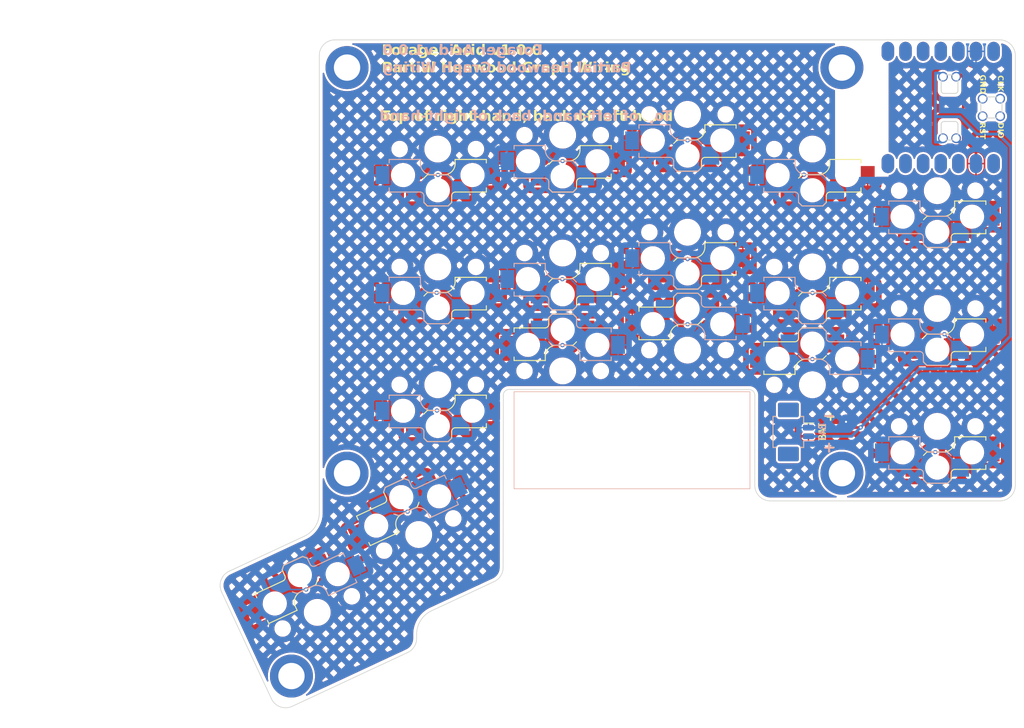
<source format=kicad_pcb>
(kicad_pcb (version 20241229) (generator "pcbnew") (generator_version "9.0")
  (layers (0 "F.Cu" signal) (2 "B.Cu" signal) (13 "F.Paste" user) (15 "B.Paste" user) (5 "F.SilkS" user "F.Silkscreen") (7 "B.SilkS" user "B.Silkscreen") (1 "F.Mask" user) (3 "B.Mask" user) (25 "Edge.Cuts" user))
  (net 0 "")
  (net 1 "RM0")
  (net 2 "RM1")
  (net 3 "RM2")
  (net 4 "RM3")
  (net 5 "RM4")
  (net 6 "RH0")
  (net 7 "RH1")
  (net 8 "RT4")
  (net 9 "RT3")
  (net 10 "RT2")
  (net 11 "RT1")
  (net 12 "RT0")
  (net 13 "RB4")
  (net 14 "RB3")
  (net 15 "RB2")
  (net 16 "RB1")
  (net 17 "RB0")
  (net 18 "GND")
  (net 19 "BAT")
  (footprint "Connector_Molex:Molex_PicoBlade_53261-0271_1x02-1MP_P1.25mm_Horizontal" (layer "F.Cu") (at 86.03 6.8 -90)
    (property "Reference" "BAT" (at 0 -4.4 90) (layer "F.SilkS"))
    (property "Value" "Molex_PicoBlade_53261-0271_1x02-1MP_P1.25mm_Horizontal")
    (pad "1" smd roundrect (at -0.625 -2.4 270) (size 0.8 1.6) (layers "F.Cu" "F.Mask" "F.Paste") (net 19 "BAT"))
    (pad "2" smd roundrect (at 0.625 -2.4 270) (size 0.8 1.6) (layers "F.Cu" "F.Mask" "F.Paste") (net 18 "GND"))
    (pad "MP" smd roundrect (at -3.175 0.5 270) (size 2.1 3) (layers "F.Cu" "F.Mask" "F.Paste") (roundrect_rratio 0.119048))
    (pad "MP" smd roundrect (at 3.175 0.5 270) (size 2.1 3) (layers "F.Cu" "F.Mask" "F.Paste") (roundrect_rratio 0.119048))
  )
  (footprint "Custom:xiao-ble-smd-cutout" (layer "F.Cu") (at 107.5 -40 -90)
    (property "Reference" "RU1" (hide yes))
    (property "Value" "Xiao nRF52840" (hide yes))
    (fp_line (start -4.0132 -0.063) (end -2.413 -0.063) (stroke (width 0.12)) (layer "Edge.Cuts"))
    (fp_line (start -2.032 -0.444) (end -2.032 -2.095) (stroke (width 0.12)) (layer "Edge.Cuts"))
    (fp_line (start -4.699 -1.7902) (end -4.699 -0.7488) (stroke (width 0.12)) (layer "Edge.Cuts"))
    (fp_line (start -2.413 -2.476) (end -4.0132 -2.476) (stroke (width 0.12)) (layer "Edge.Cuts"))
    (fp_line (start 0.8382 -5.778) (end -0.8382 -5.778) (stroke (width 0.12)) (layer "Edge.Cuts"))
    (fp_line (start -1.524 -8.1402) (end -1.524 -6.4638) (stroke (width 0.12)) (layer "Edge.Cuts"))
    (fp_line (start 1.524 -8.1402) (end 1.524 -6.4638) (stroke (width 0.12)) (layer "Edge.Cuts"))
    (fp_line (start 0.8382 -8.826) (end -0.8382 -8.826) (stroke (width 0.12)) (layer "Edge.Cuts"))
    (fp_arc (start -2.032 -0.444) (mid -2.143592 -0.174592) (end -2.413 -0.063) (stroke (width 0.12)) (layer "Edge.Cuts"))
    (fp_arc (start -4.699 -0.7488) (mid -4.095391 -0.666609) (end -4.0132 -0.063) (stroke (width 0.12)) (layer "Edge.Cuts"))
    (fp_arc (start -4.0132 -2.476) (mid -4.095391 -1.872391) (end -4.699 -1.7902) (stroke (width 0.12)) (layer "Edge.Cuts"))
    (fp_arc (start -2.413 -2.476) (mid -2.143592 -2.364408) (end -2.032 -2.095) (stroke (width 0.12)) (layer "Edge.Cuts"))
    (fp_arc (start 0.8382 -5.778) (mid 0.920393 -6.381607) (end 1.524 -6.4638) (stroke (width 0.12)) (layer "Edge.Cuts"))
    (fp_arc (start -1.524 -6.4638) (mid -0.920391 -6.381609) (end -0.8382 -5.778) (stroke (width 0.12)) (layer "Edge.Cuts"))
    (fp_arc (start 1.524 -8.1402) (mid 0.920393 -8.222393) (end 0.8382 -8.826) (stroke (width 0.12)) (layer "Edge.Cuts"))
    (fp_arc (start -0.8382 -8.826) (mid -0.920391 -8.222391) (end -1.524 -8.1402) (stroke (width 0.12)) (layer "Edge.Cuts"))
    (pad "1" smd oval (at -7.62 -7.62 270) (size 2.75 1.8) (drill (offset -0.475 0)) (layers "F.Cu" "F.Mask" "F.Paste"))
    (pad "2" smd oval (at -7.62 -5.08 270) (size 2.75 1.8) (drill (offset -0.475 0)) (layers "F.Cu" "F.Mask" "F.Paste"))
    (pad "3" smd oval (at -7.62 -2.54 270) (size 2.75 1.8) (drill (offset -0.475 0)) (layers "F.Cu" "F.Mask" "F.Paste"))
    (pad "4" smd oval (at -7.62 0 270) (size 2.75 1.8) (drill (offset -0.475 0)) (layers "F.Cu" "F.Mask" "F.Paste"))
    (pad "5" smd oval (at -7.62 2.54 270) (size 2.75 1.8) (drill (offset -0.475 0)) (layers "F.Cu" "F.Mask" "F.Paste"))
    (pad "6" smd oval (at -7.62 5.08 270) (size 2.75 1.8) (drill (offset -0.475 0)) (layers "F.Cu" "F.Mask" "F.Paste"))
    (pad "7" smd oval (at -7.62 7.62 270) (size 2.75 1.8) (drill (offset -0.475 0)) (layers "F.Cu" "F.Mask" "F.Paste"))
    (pad "8" smd oval (at 7.62 -7.62 90) (size 2.75 1.8) (drill (offset -0.475 0)) (layers "F.Cu" "F.Mask" "F.Paste"))
    (pad "9" smd oval (at 7.62 -5.08 90) (size 2.75 1.8) (drill (offset -0.475 0)) (layers "F.Cu" "F.Mask" "F.Paste") (net 18 "GND"))
    (pad "10" smd oval (at 7.62 -2.54 90) (size 2.75 1.8) (drill (offset -0.475 0)) (layers "F.Cu" "F.Mask" "F.Paste"))
    (pad "11" smd oval (at 7.62 0 90) (size 2.75 1.8) (drill (offset -0.475 0)) (layers "F.Cu" "F.Mask" "F.Paste"))
    (pad "12" smd oval (at 7.62 2.54 90) (size 2.75 1.8) (drill (offset -0.475 0)) (layers "F.Cu" "F.Mask" "F.Paste"))
    (pad "13" smd oval (at 7.62 5.08 90) (size 2.75 1.8) (drill (offset -0.475 0)) (layers "F.Cu" "F.Mask" "F.Paste"))
    (pad "14" smd oval (at 7.62 7.62 90) (size 2.75 1.8) (drill (offset -0.475 0)) (layers "F.Cu" "F.Mask" "F.Paste"))
    (pad "15" thru_hole circle (at -4.445 -2.222 90) (size 1.397 1.397) (drill 1.016) (layers "*.Cu" "*.Mask") (net 18 "GND"))
    (pad "16" thru_hole circle (at -4.445 -0.317 90) (size 1.397 1.397) (drill 1.016) (layers "*.Cu" "*.Mask") (net 19 "BAT"))
    (pad "19" thru_hole circle (at -1.27 -8.572) (size 1.397 1.397) (drill 1.016) (layers "*.Cu" "*.Mask"))
    (pad "20" thru_hole circle (at 1.27 -8.572) (size 1.397 1.397) (drill 1.016) (layers "*.Cu" "*.Mask"))
    (pad "21" thru_hole circle (at -1.27 -6.032) (size 1.397 1.397) (drill 1.016) (layers "*.Cu" "*.Mask"))
    (pad "22" thru_hole circle (at 1.27 -6.032) (size 1.397 1.397) (drill 1.016) (layers "*.Cu" "*.Mask"))
  )
  (footprint "ceoloide:switch_choc_v1_v2" (layer "B.Cu") (at 71 -39 180)
    (property "Reference" "S3" (hide yes))
    (property "Value" "")
    (pad "" np_thru_hole circle (at -5.5 0 180) (size 1.9 1.9) (drill 1.9) (layers "*.Cu" "*.Mask"))
    (pad "" np_thru_hole circle (at -5 -3.75 15) (size 3 3) (drill 3) (layers "*.Cu" "*.Mask"))
    (pad "" np_thru_hole circle (at 0 -5.95 180) (size 3 3) (drill 3) (layers "*.Cu" "*.Mask"))
    (pad "" np_thru_hole circle (at 0 0 180) (size 3.4 3.4) (drill 3.4) (layers "*.Cu" "*.Mask"))
    (pad "" np_thru_hole circle (at 5 -3.75 15) (size 3 3) (drill 3) (layers "*.Cu" "*.Mask"))
    (pad "" np_thru_hole circle (at 5.5 0 180) (size 1.9 1.9) (drill 1.9) (layers "*.Cu" "*.Mask"))
    (pad "1" smd roundrect (at -3.275 -5.95 180) (size 2.6 2.6) (layers "B.Cu" "B.Mask" "B.Paste") (roundrect_rratio 0) (chamfer_ratio 0.455) (chamfer bottom_left) (net 10 "RT2"))
    (pad "1" smd roundrect (at 3.275 -5.95 180) (size 2.6 2.6) (layers "F.Cu" "F.Mask" "F.Paste") (roundrect_rratio 0) (chamfer_ratio 0.455) (chamfer bottom_right) (net 10 "RT2"))
    (pad "2" smd rect (at -7.975 -3.75 180) (size 2 2.6) (layers "F.Cu" "F.Mask" "F.Paste") (net 18 "GND"))
    (pad "2" smd rect (at 7.975 -3.75 180) (size 2 2.6) (layers "B.Cu" "B.Mask" "B.Paste") (net 18 "GND"))
  )
  (footprint "Custom:xiao-ble-smd-cutout" (layer "B.Cu") (at 107.5 -40 90)
    (property "Reference" "RU1" (hide yes))
    (property "Value" "Xiao nRF52840" (hide yes))
    (fp_line (start -4.0132 0.063) (end -2.413 0.063) (stroke (width 0.12)) (layer "Edge.Cuts"))
    (fp_line (start -2.032 0.444) (end -2.032 2.095) (stroke (width 0.12)) (layer "Edge.Cuts"))
    (fp_line (start -4.699 1.7902) (end -4.699 0.7488) (stroke (width 0.12)) (layer "Edge.Cuts"))
    (fp_line (start -2.413 2.476) (end -4.0132 2.476) (stroke (width 0.12)) (layer "Edge.Cuts"))
    (fp_arc (start -2.413 0.063) (mid -2.143592 0.174592) (end -2.032 0.444) (stroke (width 0.12)) (layer "Edge.Cuts"))
    (fp_arc (start -4.0132 0.063) (mid -4.095391 0.666609) (end -4.699 0.7488) (stroke (width 0.12)) (layer "Edge.Cuts"))
    (fp_arc (start -4.699 1.7902) (mid -4.095391 1.872391) (end -4.0132 2.476) (stroke (width 0.12)) (layer "Edge.Cuts"))
    (fp_arc (start -2.032 2.095) (mid -2.143592 2.364408) (end -2.413 2.476) (stroke (width 0.12)) (layer "Edge.Cuts"))
    (pad "1" smd oval (at -7.62 7.62 90) (size 2.75 1.8) (drill (offset -0.475 0)) (layers "B.Cu" "B.Mask" "B.Paste"))
    (pad "2" smd oval (at -7.62 5.08 90) (size 2.75 1.8) (drill (offset -0.475 0)) (layers "B.Cu" "B.Mask" "B.Paste"))
    (pad "3" smd oval (at -7.62 2.54 90) (size 2.75 1.8) (drill (offset -0.475 0)) (layers "B.Cu" "B.Mask" "B.Paste"))
    (pad "4" smd oval (at -7.62 0 90) (size 2.75 1.8) (drill (offset -0.475 0)) (layers "B.Cu" "B.Mask" "B.Paste"))
    (pad "5" smd oval (at -7.62 -2.54 90) (size 2.75 1.8) (drill (offset -0.475 0)) (layers "B.Cu" "B.Mask" "B.Paste"))
    (pad "6" smd oval (at -7.62 -5.08 90) (size 2.75 1.8) (drill (offset -0.475 0)) (layers "B.Cu" "B.Mask" "B.Paste"))
    (pad "7" smd oval (at -7.62 -7.62 90) (size 2.75 1.8) (drill (offset -0.475 0)) (layers "B.Cu" "B.Mask" "B.Paste"))
    (pad "8" smd oval (at 7.62 7.62 270) (size 2.75 1.8) (drill (offset -0.475 0)) (layers "B.Cu" "B.Mask" "B.Paste"))
    (pad "9" smd oval (at 7.62 5.08 270) (size 2.75 1.8) (drill (offset -0.475 0)) (layers "B.Cu" "B.Mask" "B.Paste") (net 18 "GND"))
    (pad "10" smd oval (at 7.62 2.54 270) (size 2.75 1.8) (drill (offset -0.475 0)) (layers "B.Cu" "B.Mask" "B.Paste"))
    (pad "11" smd oval (at 7.62 0 270) (size 2.75 1.8) (drill (offset -0.475 0)) (layers "B.Cu" "B.Mask" "B.Paste"))
    (pad "12" smd oval (at 7.62 -2.54 270) (size 2.75 1.8) (drill (offset -0.475 0)) (layers "B.Cu" "B.Mask" "B.Paste"))
    (pad "13" smd oval (at 7.62 -5.08 270) (size 2.75 1.8) (drill (offset -0.475 0)) (layers "B.Cu" "B.Mask" "B.Paste"))
    (pad "14" smd oval (at 7.62 -7.62 270) (size 2.75 1.8) (drill (offset -0.475 0)) (layers "B.Cu" "B.Mask" "B.Paste"))
    (pad "15" thru_hole circle (at -4.445 2.222 270) (size 1.397 1.397) (drill 1.016) (layers "*.Cu" "*.Mask") (net 18 "GND"))
    (pad "16" thru_hole circle (at -4.445 0.317 270) (size 1.397 1.397) (drill 1.016) (layers "*.Cu" "*.Mask") (net 19 "BAT"))
  )
  (footprint "ceoloide:switch_choc_v1_v2" (layer "B.Cu") (at 89 -34 180)
    (property "Reference" "S3" (hide yes))
    (property "Value" "")
    (pad "" np_thru_hole circle (at -5.5 0 180) (size 1.9 1.9) (drill 1.9) (layers "*.Cu" "*.Mask"))
    (pad "" np_thru_hole circle (at -5 -3.75 15) (size 3 3) (drill 3) (layers "*.Cu" "*.Mask"))
    (pad "" np_thru_hole circle (at 0 -5.95 180) (size 3 3) (drill 3) (layers "*.Cu" "*.Mask"))
    (pad "" np_thru_hole circle (at 0 0 180) (size 3.4 3.4) (drill 3.4) (layers "*.Cu" "*.Mask"))
    (pad "" np_thru_hole circle (at 5 -3.75 15) (size 3 3) (drill 3) (layers "*.Cu" "*.Mask"))
    (pad "" np_thru_hole circle (at 5.5 0 180) (size 1.9 1.9) (drill 1.9) (layers "*.Cu" "*.Mask"))
    (pad "1" smd roundrect (at -3.275 -5.95 180) (size 2.6 2.6) (layers "B.Cu" "B.Mask" "B.Paste") (roundrect_rratio 0) (chamfer_ratio 0.455) (chamfer bottom_left) (net 9 "RT3"))
    (pad "1" smd roundrect (at 3.275 -5.95 180) (size 2.6 2.6) (layers "F.Cu" "F.Mask" "F.Paste") (roundrect_rratio 0) (chamfer_ratio 0.455) (chamfer bottom_right) (net 9 "RT3"))
    (pad "2" smd rect (at -7.975 -3.75 180) (size 2 2.6) (layers "F.Cu" "F.Mask" "F.Paste") (net 18 "GND"))
    (pad "2" smd rect (at 7.975 -3.75 180) (size 2 2.6) (layers "B.Cu" "B.Mask" "B.Paste") (net 18 "GND"))
  )
  (footprint "ceoloide:switch_choc_v1_v2" (layer "B.Cu") (at 107 -11 180)
    (property "Reference" "S3" (hide yes))
    (property "Value" "")
    (pad "" np_thru_hole circle (at -5.5 0 180) (size 1.9 1.9) (drill 1.9) (layers "*.Cu" "*.Mask"))
    (pad "" np_thru_hole circle (at -5 -3.75 15) (size 3 3) (drill 3) (layers "*.Cu" "*.Mask"))
    (pad "" np_thru_hole circle (at 0 -5.95 180) (size 3 3) (drill 3) (layers "*.Cu" "*.Mask"))
    (pad "" np_thru_hole circle (at 0 0 180) (size 3.4 3.4) (drill 3.4) (layers "*.Cu" "*.Mask"))
    (pad "" np_thru_hole circle (at 5 -3.75 15) (size 3 3) (drill 3) (layers "*.Cu" "*.Mask"))
    (pad "" np_thru_hole circle (at 5.5 0 180) (size 1.9 1.9) (drill 1.9) (layers "*.Cu" "*.Mask"))
    (pad "1" smd roundrect (at -3.275 -5.95 180) (size 2.6 2.6) (layers "B.Cu" "B.Mask" "B.Paste") (roundrect_rratio 0) (chamfer_ratio 0.455) (chamfer bottom_left) (net 5 "RM4"))
    (pad "1" smd roundrect (at 3.275 -5.95 180) (size 2.6 2.6) (layers "F.Cu" "F.Mask" "F.Paste") (roundrect_rratio 0) (chamfer_ratio 0.455) (chamfer bottom_right) (net 5 "RM4"))
    (pad "2" smd rect (at -7.975 -3.75 180) (size 2 2.6) (layers "F.Cu" "F.Mask" "F.Paste") (net 18 "GND"))
    (pad "2" smd rect (at 7.975 -3.75 180) (size 2 2.6) (layers "B.Cu" "B.Mask" "B.Paste") (net 18 "GND"))
  )
  (footprint "ceoloide:switch_choc_v1_v2" (layer "B.Cu") (at 32.250975 21.599948 25)
    (property "Reference" "S3" (hide yes))
    (property "Value" "")
    (pad "" np_thru_hole circle (at -5.5 0 25) (size 1.9 1.9) (drill 1.9) (layers "*.Cu" "*.Mask"))
    (pad "" np_thru_hole circle (at -5 -3.75 220) (size 3 3) (drill 3) (layers "*.Cu" "*.Mask"))
    (pad "" np_thru_hole circle (at 0 -5.95 25) (size 3 3) (drill 3) (layers "*.Cu" "*.Mask"))
    (pad "" np_thru_hole circle (at 0 0 25) (size 3.4 3.4) (drill 3.4) (layers "*.Cu" "*.Mask"))
    (pad "" np_thru_hole circle (at 5 -3.750001 220) (size 3 3) (drill 3) (layers "*.Cu" "*.Mask"))
    (pad "" np_thru_hole circle (at 5.5 0 25) (size 1.9 1.9) (drill 1.9) (layers "*.Cu" "*.Mask"))
    (pad "1" smd roundrect (at -3.275 -5.950001 25) (size 2.6 2.6) (layers "B.Cu" "B.Mask" "B.Paste") (roundrect_rratio 0) (chamfer_ratio 0.455) (chamfer bottom_left) (net 7 "RH1"))
    (pad "1" smd roundrect (at 3.275 -5.95 25) (size 2.6 2.6) (layers "F.Cu" "F.Mask" "F.Paste") (roundrect_rratio 0) (chamfer_ratio 0.455) (chamfer bottom_right) (net 7 "RH1"))
    (pad "2" smd rect (at -7.975 -3.75 25) (size 2 2.6) (layers "F.Cu" "F.Mask" "F.Paste") (net 18 "GND"))
    (pad "2" smd rect (at 7.975 -3.75 25) (size 2 2.6) (layers "B.Cu" "B.Mask" "B.Paste") (net 18 "GND"))
  )
  (footprint "Nuts_SMD:SMTSO2020MTJ_M2" (layer "B.Cu") (at 21.923023 -45.75 180)
    (property "Reference" "REF**" (hide yes))
    (property "Value" "SMTSO2020MTJ_M2")
    (pad "" thru_hole circle (at 0 0 180) (size 6.2 6.2) (drill 3.8) (layers "*.Cu" "*.Mask"))
  )
  (footprint "Nuts_SMD:SMTSO2020MTJ_M2" (layer "B.Cu") (at 93.25 12.75 180)
    (property "Reference" "REF**" (hide yes))
    (property "Value" "SMTSO2020MTJ_M2")
    (pad "" thru_hole circle (at 0 0 180) (size 6.2 6.2) (drill 3.8) (layers "*.Cu" "*.Mask"))
  )
  (footprint "Nuts_SMD:SMTSO2020MTJ_M2" (layer "B.Cu") (at 93.25 -45.75 180)
    (property "Reference" "REF**" (hide yes))
    (property "Value" "SMTSO2020MTJ_M2")
    (pad "" thru_hole circle (at 0 0 180) (size 6.2 6.2) (drill 3.8) (layers "*.Cu" "*.Mask"))
  )
  (footprint "ceoloide:switch_choc_v1_v2" (layer "B.Cu") (at 35 -17 180)
    (property "Reference" "S3" (hide yes))
    (property "Value" "")
    (pad "" np_thru_hole circle (at -5.5 0 180) (size 1.9 1.9) (drill 1.9) (layers "*.Cu" "*.Mask"))
    (pad "" np_thru_hole circle (at -5 -3.75 15) (size 3 3) (drill 3) (layers "*.Cu" "*.Mask"))
    (pad "" np_thru_hole circle (at 0 -5.95 180) (size 3 3) (drill 3) (layers "*.Cu" "*.Mask"))
    (pad "" np_thru_hole circle (at 0 0 180) (size 3.4 3.4) (drill 3.4) (layers "*.Cu" "*.Mask"))
    (pad "" np_thru_hole circle (at 5 -3.75 15) (size 3 3) (drill 3) (layers "*.Cu" "*.Mask"))
    (pad "" np_thru_hole circle (at 5.5 0 180) (size 1.9 1.9) (drill 1.9) (layers "*.Cu" "*.Mask"))
    (pad "1" smd roundrect (at -3.275 -5.95 180) (size 2.6 2.6) (layers "B.Cu" "B.Mask" "B.Paste") (roundrect_rratio 0) (chamfer_ratio 0.455) (chamfer bottom_left) (net 1 "RM0"))
    (pad "1" smd roundrect (at 3.275 -5.95 180) (size 2.6 2.6) (layers "F.Cu" "F.Mask" "F.Paste") (roundrect_rratio 0) (chamfer_ratio 0.455) (chamfer bottom_right) (net 1 "RM0"))
    (pad "2" smd rect (at -7.975 -3.75 180) (size 2 2.6) (layers "F.Cu" "F.Mask" "F.Paste") (net 18 "GND"))
    (pad "2" smd rect (at 7.975 -3.75 180) (size 2 2.6) (layers "B.Cu" "B.Mask" "B.Paste") (net 18 "GND"))
  )
  (footprint "Connector_Molex:Molex_PicoBlade_53261-0271_1x02-1MP_P1.25mm_Horizontal" (layer "B.Cu") (at 86.04 6.81 90)
    (property "Reference" "BAT" (at 0 4.4 90) (layer "B.SilkS") (effects (justify mirror)))
    (property "Value" "Molex_PicoBlade_53261-0271_1x02-1MP_P1.25mm_Horizontal")
    (pad "1" smd roundrect (at -0.625 2.4 90) (size 0.8 1.6) (layers "B.Cu" "B.Mask" "B.Paste") (net 19 "BAT"))
    (pad "2" smd roundrect (at 0.625 2.4 90) (size 0.8 1.6) (layers "B.Cu" "B.Mask" "B.Paste") (net 18 "GND"))
    (pad "MP" smd roundrect (at -3.175 -0.5 90) (size 2.1 3) (layers "B.Cu" "B.Mask" "B.Paste") (roundrect_rratio 0.119048))
    (pad "MP" smd roundrect (at 3.175 -0.5 90) (size 2.1 3) (layers "B.Cu" "B.Mask" "B.Paste") (roundrect_rratio 0.119048))
  )
  (footprint "ceoloide:switch_choc_v1_v2" (layer "B.Cu") (at 17.627908 32.832308 25)
    (property "Reference" "S3" (hide yes))
    (property "Value" "")
    (pad "" np_thru_hole circle (at -5.5 0 25) (size 1.9 1.9) (drill 1.9) (layers "*.Cu" "*.Mask"))
    (pad "" np_thru_hole circle (at -5 -3.75 220) (size 3 3) (drill 3) (layers "*.Cu" "*.Mask"))
    (pad "" np_thru_hole circle (at 0 -5.95 25) (size 3 3) (drill 3) (layers "*.Cu" "*.Mask"))
    (pad "" np_thru_hole circle (at 0 0 25) (size 3.4 3.4) (drill 3.4) (layers "*.Cu" "*.Mask"))
    (pad "" np_thru_hole circle (at 5 -3.750001 220) (size 3 3) (drill 3) (layers "*.Cu" "*.Mask"))
    (pad "" np_thru_hole circle (at 5.5 0 25) (size 1.9 1.9) (drill 1.9) (layers "*.Cu" "*.Mask"))
    (pad "1" smd roundrect (at -3.275 -5.950001 25) (size 2.6 2.6) (layers "B.Cu" "B.Mask" "B.Paste") (roundrect_rratio 0) (chamfer_ratio 0.455) (chamfer bottom_left) (net 6 "RH0"))
    (pad "1" smd roundrect (at 3.275 -5.95 25) (size 2.6 2.6) (layers "F.Cu" "F.Mask" "F.Paste") (roundrect_rratio 0) (chamfer_ratio 0.455) (chamfer bottom_right) (net 6 "RH0"))
    (pad "2" smd rect (at -7.975 -3.75 25) (size 2 2.6) (layers "F.Cu" "F.Mask" "F.Paste") (net 18 "GND"))
    (pad "2" smd rect (at 7.975 -3.75 25) (size 2 2.6) (layers "B.Cu" "B.Mask" "B.Paste") (net 18 "GND"))
  )
  (footprint "ceoloide:switch_choc_v1_v2" (layer "B.Cu") (at 89 -17 180)
    (property "Reference" "S3" (hide yes))
    (property "Value" "")
    (pad "" np_thru_hole circle (at -5.5 0 180) (size 1.9 1.9) (drill 1.9) (layers "*.Cu" "*.Mask"))
    (pad "" np_thru_hole circle (at -5 -3.75 15) (size 3 3) (drill 3) (layers "*.Cu" "*.Mask"))
    (pad "" np_thru_hole circle (at 0 -5.95 180) (size 3 3) (drill 3) (layers "*.Cu" "*.Mask"))
    (pad "" np_thru_hole circle (at 0 0 180) (size 3.4 3.4) (drill 3.4) (layers "*.Cu" "*.Mask"))
    (pad "" np_thru_hole circle (at 5 -3.75 15) (size 3 3) (drill 3) (layers "*.Cu" "*.Mask"))
    (pad "" np_thru_hole circle (at 5.5 0 180) (size 1.9 1.9) (drill 1.9) (layers "*.Cu" "*.Mask"))
    (pad "1" smd roundrect (at -3.275 -5.95 180) (size 2.6 2.6) (layers "B.Cu" "B.Mask" "B.Paste") (roundrect_rratio 0) (chamfer_ratio 0.455) (chamfer bottom_left) (net 4 "RM3"))
    (pad "1" smd roundrect (at 3.275 -5.95 180) (size 2.6 2.6) (layers "F.Cu" "F.Mask" "F.Paste") (roundrect_rratio 0) (chamfer_ratio 0.455) (chamfer bottom_right) (net 4 "RM3"))
    (pad "2" smd rect (at -7.975 -3.75 180) (size 2 2.6) (layers "F.Cu" "F.Mask" "F.Paste") (net 18 "GND"))
    (pad "2" smd rect (at 7.975 -3.75 180) (size 2 2.6) (layers "B.Cu" "B.Mask" "B.Paste") (net 18 "GND"))
  )
  (footprint "ceoloide:switch_choc_v1_v2" (layer "B.Cu") (at 71 -5)
    (property "Reference" "S3" (hide yes))
    (property "Value" "")
    (pad "" np_thru_hole circle (at -5.5 0) (size 1.9 1.9) (drill 1.9) (layers "*.Cu" "*.Mask"))
    (pad "" np_thru_hole circle (at -5 -3.75 195) (size 3 3) (drill 3) (layers "*.Cu" "*.Mask"))
    (pad "" np_thru_hole circle (at 0 -5.95) (size 3 3) (drill 3) (layers "*.Cu" "*.Mask"))
    (pad "" np_thru_hole circle (at 0 0) (size 3.4 3.4) (drill 3.4) (layers "*.Cu" "*.Mask"))
    (pad "" np_thru_hole circle (at 5 -3.75 195) (size 3 3) (drill 3) (layers "*.Cu" "*.Mask"))
    (pad "" np_thru_hole circle (at 5.5 0) (size 1.9 1.9) (drill 1.9) (layers "*.Cu" "*.Mask"))
    (pad "1" smd roundrect (at -3.275 -5.95) (size 2.6 2.6) (layers "B.Cu" "B.Mask" "B.Paste") (roundrect_rratio 0) (chamfer_ratio 0.455) (chamfer bottom_left) (net 15 "RB2"))
    (pad "1" smd roundrect (at 3.275 -5.95) (size 2.6 2.6) (layers "F.Cu" "F.Mask" "F.Paste") (roundrect_rratio 0) (chamfer_ratio 0.455) (chamfer bottom_right) (net 15 "RB2"))
    (pad "2" smd rect (at -7.975 -3.75) (size 2 2.6) (layers "F.Cu" "F.Mask" "F.Paste") (net 18 "GND"))
    (pad "2" smd rect (at 7.975 -3.75) (size 2 2.6) (layers "B.Cu" "B.Mask" "B.Paste") (net 18 "GND"))
  )
  (footprint "ceoloide:switch_choc_v1_v2" (layer "B.Cu") (at 71 -22 180)
    (property "Reference" "S3" (hide yes))
    (property "Value" "")
    (pad "" np_thru_hole circle (at -5.5 0 180) (size 1.9 1.9) (drill 1.9) (layers "*.Cu" "*.Mask"))
    (pad "" np_thru_hole circle (at -5 -3.75 15) (size 3 3) (drill 3) (layers "*.Cu" "*.Mask"))
    (pad "" np_thru_hole circle (at 0 -5.95 180) (size 3 3) (drill 3) (layers "*.Cu" "*.Mask"))
    (pad "" np_thru_hole circle (at 0 0 180) (size 3.4 3.4) (drill 3.4) (layers "*.Cu" "*.Mask"))
    (pad "" np_thru_hole circle (at 5 -3.75 15) (size 3 3) (drill 3) (layers "*.Cu" "*.Mask"))
    (pad "" np_thru_hole circle (at 5.5 0 180) (size 1.9 1.9) (drill 1.9) (layers "*.Cu" "*.Mask"))
    (pad "1" smd roundrect (at -3.275 -5.95 180) (size 2.6 2.6) (layers "B.Cu" "B.Mask" "B.Paste") (roundrect_rratio 0) (chamfer_ratio 0.455) (chamfer bottom_left) (net 3 "RM2"))
    (pad "1" smd roundrect (at 3.275 -5.95 180) (size 2.6 2.6) (layers "F.Cu" "F.Mask" "F.Paste") (roundrect_rratio 0) (chamfer_ratio 0.455) (chamfer bottom_right) (net 3 "RM2"))
    (pad "2" smd rect (at -7.975 -3.75 180) (size 2 2.6) (layers "F.Cu" "F.Mask" "F.Paste") (net 18 "GND"))
    (pad "2" smd rect (at 7.975 -3.75 180) (size 2 2.6) (layers "B.Cu" "B.Mask" "B.Paste") (net 18 "GND"))
  )
  (footprint "ceoloide:switch_choc_v1_v2" (layer "B.Cu") (at 107 -28 180)
    (property "Reference" "S3" (hide yes))
    (property "Value" "")
    (pad "" np_thru_hole circle (at -5.5 0 180) (size 1.9 1.9) (drill 1.9) (layers "*.Cu" "*.Mask"))
    (pad "" np_thru_hole circle (at -5 -3.75 15) (size 3 3) (drill 3) (layers "*.Cu" "*.Mask"))
    (pad "" np_thru_hole circle (at 0 -5.95 180) (size 3 3) (drill 3) (layers "*.Cu" "*.Mask"))
    (pad "" np_thru_hole circle (at 0 0 180) (size 3.4 3.4) (drill 3.4) (layers "*.Cu" "*.Mask"))
    (pad "" np_thru_hole circle (at 5 -3.75 15) (size 3 3) (drill 3) (layers "*.Cu" "*.Mask"))
    (pad "" np_thru_hole circle (at 5.5 0 180) (size 1.9 1.9) (drill 1.9) (layers "*.Cu" "*.Mask"))
    (pad "1" smd roundrect (at -3.275 -5.95 180) (size 2.6 2.6) (layers "B.Cu" "B.Mask" "B.Paste") (roundrect_rratio 0) (chamfer_ratio 0.455) (chamfer bottom_left) (net 8 "RT4"))
    (pad "1" smd roundrect (at 3.275 -5.95 180) (size 2.6 2.6) (layers "F.Cu" "F.Mask" "F.Paste") (roundrect_rratio 0) (chamfer_ratio 0.455) (chamfer bottom_right) (net 8 "RT4"))
    (pad "2" smd rect (at -7.975 -3.75 180) (size 2 2.6) (layers "F.Cu" "F.Mask" "F.Paste") (net 18 "GND"))
    (pad "2" smd rect (at 7.975 -3.75 180) (size 2 2.6) (layers "B.Cu" "B.Mask" "B.Paste") (net 18 "GND"))
  )
  (footprint "ceoloide:switch_choc_v1_v2" (layer "B.Cu") (at 107 6 180)
    (property "Reference" "S3" (hide yes))
    (property "Value" "")
    (pad "" np_thru_hole circle (at -5.5 0 180) (size 1.9 1.9) (drill 1.9) (layers "*.Cu" "*.Mask"))
    (pad "" np_thru_hole circle (at -5 -3.75 15) (size 3 3) (drill 3) (layers "*.Cu" "*.Mask"))
    (pad "" np_thru_hole circle (at 0 -5.95 180) (size 3 3) (drill 3) (layers "*.Cu" "*.Mask"))
    (pad "" np_thru_hole circle (at 0 0 180) (size 3.4 3.4) (drill 3.4) (layers "*.Cu" "*.Mask"))
    (pad "" np_thru_hole circle (at 5 -3.75 15) (size 3 3) (drill 3) (layers "*.Cu" "*.Mask"))
    (pad "" np_thru_hole circle (at 5.5 0 180) (size 1.9 1.9) (drill 1.9) (layers "*.Cu" "*.Mask"))
    (pad "1" smd roundrect (at -3.275 -5.95 180) (size 2.6 2.6) (layers "B.Cu" "B.Mask" "B.Paste") (roundrect_rratio 0) (chamfer_ratio 0.455) (chamfer bottom_left) (net 13 "RB4"))
    (pad "1" smd roundrect (at 3.275 -5.95 180) (size 2.6 2.6) (layers "F.Cu" "F.Mask" "F.Paste") (roundrect_rratio 0) (chamfer_ratio 0.455) (chamfer bottom_right) (net 13 "RB4"))
    (pad "2" smd rect (at -7.975 -3.75 180) (size 2 2.6) (layers "F.Cu" "F.Mask" "F.Paste") (net 18 "GND"))
    (pad "2" smd rect (at 7.975 -3.75 180) (size 2 2.6) (layers "B.Cu" "B.Mask" "B.Paste") (net 18 "GND"))
  )
  (footprint "Nuts_SMD:SMTSO2020MTJ_M2" (layer "B.Cu") (at 13.909849 42.013868 180)
    (property "Reference" "REF**" (hide yes))
    (property "Value" "SMTSO2020MTJ_M2")
    (pad "" thru_hole circle (at 0 0 180) (size 6.2 6.2) (drill 3.8) (layers "*.Cu" "*.Mask"))
  )
  (footprint "ceoloide:switch_choc_v1_v2" (layer "B.Cu") (at 35 -34 180)
    (property "Reference" "S3" (hide yes))
    (property "Value" "")
    (pad "" np_thru_hole circle (at -5.5 0 180) (size 1.9 1.9) (drill 1.9) (layers "*.Cu" "*.Mask"))
    (pad "" np_thru_hole circle (at -5 -3.75 15) (size 3 3) (drill 3) (layers "*.Cu" "*.Mask"))
    (pad "" np_thru_hole circle (at 0 -5.95 180) (size 3 3) (drill 3) (layers "*.Cu" "*.Mask"))
    (pad "" np_thru_hole circle (at 0 0 180) (size 3.4 3.4) (drill 3.4) (layers "*.Cu" "*.Mask"))
    (pad "" np_thru_hole circle (at 5 -3.75 15) (size 3 3) (drill 3) (layers "*.Cu" "*.Mask"))
    (pad "" np_thru_hole circle (at 5.5 0 180) (size 1.9 1.9) (drill 1.9) (layers "*.Cu" "*.Mask"))
    (pad "1" smd roundrect (at -3.275 -5.95 180) (size 2.6 2.6) (layers "B.Cu" "B.Mask" "B.Paste") (roundrect_rratio 0) (chamfer_ratio 0.455) (chamfer bottom_left) (net 12 "RT0"))
    (pad "1" smd roundrect (at 3.275 -5.95 180) (size 2.6 2.6) (layers "F.Cu" "F.Mask" "F.Paste") (roundrect_rratio 0) (chamfer_ratio 0.455) (chamfer bottom_right) (net 12 "RT0"))
    (pad "2" smd rect (at -7.975 -3.75 180) (size 2 2.6) (layers "F.Cu" "F.Mask" "F.Paste") (net 18 "GND"))
    (pad "2" smd rect (at 7.975 -3.75 180) (size 2 2.6) (layers "B.Cu" "B.Mask" "B.Paste") (net 18 "GND"))
  )
  (footprint "ceoloide:switch_choc_v1_v2" (layer "B.Cu") (at 35 0 180)
    (property "Reference" "S3" (hide yes))
    (property "Value" "")
    (pad "" np_thru_hole circle (at -5.5 0 180) (size 1.9 1.9) (drill 1.9) (layers "*.Cu" "*.Mask"))
    (pad "" np_thru_hole circle (at -5 -3.75 15) (size 3 3) (drill 3) (layers "*.Cu" "*.Mask"))
    (pad "" np_thru_hole circle (at 0 -5.95 180) (size 3 3) (drill 3) (layers "*.Cu" "*.Mask"))
    (pad "" np_thru_hole circle (at 0 0 180) (size 3.4 3.4) (drill 3.4) (layers "*.Cu" "*.Mask"))
    (pad "" np_thru_hole circle (at 5 -3.75 15) (size 3 3) (drill 3) (layers "*.Cu" "*.Mask"))
    (pad "" np_thru_hole circle (at 5.5 0 180) (size 1.9 1.9) (drill 1.9) (layers "*.Cu" "*.Mask"))
    (pad "1" smd roundrect (at -3.275 -5.95 180) (size 2.6 2.6) (layers "B.Cu" "B.Mask" "B.Paste") (roundrect_rratio 0) (chamfer_ratio 0.455) (chamfer bottom_left) (net 17 "RB0"))
    (pad "1" smd roundrect (at 3.275 -5.95 180) (size 2.6 2.6) (layers "F.Cu" "F.Mask" "F.Paste") (roundrect_rratio 0) (chamfer_ratio 0.455) (chamfer bottom_right) (net 17 "RB0"))
    (pad "2" smd rect (at -7.975 -3.75 180) (size 2 2.6) (layers "F.Cu" "F.Mask" "F.Paste") (net 18 "GND"))
    (pad "2" smd rect (at 7.975 -3.75 180) (size 2 2.6) (layers "B.Cu" "B.Mask" "B.Paste") (net 18 "GND"))
  )
  (footprint "ceoloide:switch_choc_v1_v2" (layer "B.Cu") (at 89 0)
    (property "Reference" "S3" (hide yes))
    (property "Value" "")
    (pad "" np_thru_hole circle (at -5.5 0) (size 1.9 1.9) (drill 1.9) (layers "*.Cu" "*.Mask"))
    (pad "" np_thru_hole circle (at -5 -3.75 195) (size 3 3) (drill 3) (layers "*.Cu" "*.Mask"))
    (pad "" np_thru_hole circle (at 0 -5.95) (size 3 3) (drill 3) (layers "*.Cu" "*.Mask"))
    (pad "" np_thru_hole circle (at 0 0) (size 3.4 3.4) (drill 3.4) (layers "*.Cu" "*.Mask"))
    (pad "" np_thru_hole circle (at 5 -3.75 195) (size 3 3) (drill 3) (layers "*.Cu" "*.Mask"))
    (pad "" np_thru_hole circle (at 5.5 0) (size 1.9 1.9) (drill 1.9) (layers "*.Cu" "*.Mask"))
    (pad "1" smd roundrect (at -3.275 -5.95) (size 2.6 2.6) (layers "B.Cu" "B.Mask" "B.Paste") (roundrect_rratio 0) (chamfer_ratio 0.455) (chamfer bottom_left) (net 14 "RB3"))
    (pad "1" smd roundrect (at 3.275 -5.95) (size 2.6 2.6) (layers "F.Cu" "F.Mask" "F.Paste") (roundrect_rratio 0) (chamfer_ratio 0.455) (chamfer bottom_right) (net 14 "RB3"))
    (pad "2" smd rect (at -7.975 -3.75) (size 2 2.6) (layers "F.Cu" "F.Mask" "F.Paste") (net 18 "GND"))
    (pad "2" smd rect (at 7.975 -3.75) (size 2 2.6) (layers "B.Cu" "B.Mask" "B.Paste") (net 18 "GND"))
  )
  (footprint "ceoloide:switch_choc_v1_v2" (layer "B.Cu") (at 53 -36 180)
    (property "Reference" "S3" (hide yes))
    (property "Value" "")
    (pad "" np_thru_hole circle (at -5.5 0 180) (size 1.9 1.9) (drill 1.9) (layers "*.Cu" "*.Mask"))
    (pad "" np_thru_hole circle (at -5 -3.75 15) (size 3 3) (drill 3) (layers "*.Cu" "*.Mask"))
    (pad "" np_thru_hole circle (at 0 -5.95 180) (size 3 3) (drill 3) (layers "*.Cu" "*.Mask"))
    (pad "" np_thru_hole circle (at 0 0 180) (size 3.4 3.4) (drill 3.4) (layers "*.Cu" "*.Mask"))
    (pad "" np_thru_hole circle (at 5 -3.75 15) (size 3 3) (drill 3) (layers "*.Cu" "*.Mask"))
    (pad "" np_thru_hole circle (at 5.5 0 180) (size 1.9 1.9) (drill 1.9) (layers "*.Cu" "*.Mask"))
    (pad "1" smd roundrect (at -3.275 -5.95 180) (size 2.6 2.6) (layers "B.Cu" "B.Mask" "B.Paste") (roundrect_rratio 0) (chamfer_ratio 0.455) (chamfer bottom_left) (net 11 "RT1"))
    (pad "1" smd roundrect (at 3.275 -5.95 180) (size 2.6 2.6) (layers "F.Cu" "F.Mask" "F.Paste") (roundrect_rratio 0) (chamfer_ratio 0.455) (chamfer bottom_right) (net 11 "RT1"))
    (pad "2" smd rect (at -7.975 -3.75 180) (size 2 2.6) (layers "F.Cu" "F.Mask" "F.Paste") (net 18 "GND"))
    (pad "2" smd rect (at 7.975 -3.75 180) (size 2 2.6) (layers "B.Cu" "B.Mask" "B.Paste") (net 18 "GND"))
  )
  (footprint "ceoloide:switch_choc_v1_v2" (layer "B.Cu") (at 53 -19 180)
    (property "Reference" "S3" (hide yes))
    (property "Value" "")
    (pad "" np_thru_hole circle (at -5.5 0 180) (size 1.9 1.9) (drill 1.9) (layers "*.Cu" "*.Mask"))
    (pad "" np_thru_hole circle (at -5 -3.75 15) (size 3 3) (drill 3) (layers "*.Cu" "*.Mask"))
    (pad "" np_thru_hole circle (at 0 -5.95 180) (size 3 3) (drill 3) (layers "*.Cu" "*.Mask"))
    (pad "" np_thru_hole circle (at 0 0 180) (size 3.4 3.4) (drill 3.4) (layers "*.Cu" "*.Mask"))
    (pad "" np_thru_hole circle (at 5 -3.75 15) (size 3 3) (drill 3) (layers "*.Cu" "*.Mask"))
    (pad "" np_thru_hole circle (at 5.5 0 180) (size 1.9 1.9) (drill 1.9) (layers "*.Cu" "*.Mask"))
    (pad "1" smd roundrect (at -3.275 -5.95 180) (size 2.6 2.6) (layers "B.Cu" "B.Mask" "B.Paste") (roundrect_rratio 0) (chamfer_ratio 0.455) (chamfer bottom_left) (net 2 "RM1"))
    (pad "1" smd roundrect (at 3.275 -5.95 180) (size 2.6 2.6) (layers "F.Cu" "F.Mask" "F.Paste") (roundrect_rratio 0) (chamfer_ratio 0.455) (chamfer bottom_right) (net 2 "RM1"))
    (pad "2" smd rect (at -7.975 -3.75 180) (size 2 2.6) (layers "F.Cu" "F.Mask" "F.Paste") (net 18 "GND"))
    (pad "2" smd rect (at 7.975 -3.75 180) (size 2 2.6) (layers "B.Cu" "B.Mask" "B.Paste") (net 18 "GND"))
  )
  (footprint "ceoloide:switch_choc_v1_v2" (layer "B.Cu") (at 53 -2)
    (property "Reference" "S3" (hide yes))
    (property "Value" "")
    (pad "" np_thru_hole circle (at -5.5 0) (size 1.9 1.9) (drill 1.9) (layers "*.Cu" "*.Mask"))
    (pad "" np_thru_hole circle (at -5 -3.75 195) (size 3 3) (drill 3) (layers "*.Cu" "*.Mask"))
    (pad "" np_thru_hole circle (at 0 -5.95) (size 3 3) (drill 3) (layers "*.Cu" "*.Mask"))
    (pad "" np_thru_hole circle (at 0 0) (size 3.4 3.4) (drill 3.4) (layers "*.Cu" "*.Mask"))
    (pad "" np_thru_hole circle (at 5 -3.75 195) (size 3 3) (drill 3) (layers "*.Cu" "*.Mask"))
    (pad "" np_thru_hole circle (at 5.5 0) (size 1.9 1.9) (drill 1.9) (layers "*.Cu" "*.Mask"))
    (pad "1" smd roundrect (at -3.275 -5.95) (size 2.6 2.6) (layers "B.Cu" "B.Mask" "B.Paste") (roundrect_rratio 0) (chamfer_ratio 0.455) (chamfer bottom_left) (net 16 "RB1"))
    (pad "1" smd roundrect (at 3.275 -5.95) (size 2.6 2.6) (layers "F.Cu" "F.Mask" "F.Paste") (roundrect_rratio 0) (chamfer_ratio 0.455) (chamfer bottom_right) (net 16 "RB1"))
    (pad "2" smd rect (at -7.975 -3.75) (size 2 2.6) (layers "F.Cu" "F.Mask" "F.Paste") (net 18 "GND"))
    (pad "2" smd rect (at 7.975 -3.75) (size 2 2.6) (layers "B.Cu" "B.Mask" "B.Paste") (net 18 "GND"))
  )
  (footprint "Nuts_SMD:SMTSO2020MTJ_M2" (layer "B.Cu") (at 21.923023 12.75 180)
    (property "Reference" "REF**" (hide yes))
    (property "Value" "SMTSO2020MTJ_M2")
    (pad "" thru_hole circle (at 0 0 180) (size 6.2 6.2) (drill 3.8) (layers "*.Cu" "*.Mask"))
  )
  (gr_rect (start 46 1) (end 80 15) (stroke (width 0.1)) (fill no) (layer "B.SilkS"))
  (gr_arc (start 14.014284 46.378681) (mid 12.293847 46.453798) (end 11.0242 45.29038) (stroke (width 0.1)) (layer "Edge.Cuts"))
  (gr_line (start 118.25 14.5) (end 118.25 -47.5) (stroke (width 0.1)) (layer "Edge.Cuts"))
  (gr_line (start 3.83969 29.883147) (end 11.0242 45.29038) (stroke (width 0.1)) (layer "Edge.Cuts"))
  (gr_arc (start 44.45 1.5) (mid 44.691637 0.916637) (end 45.275 0.675) (stroke (width 0.1)) (layer "Edge.Cuts"))
  (gr_line (start 17.92302 -47.5) (end 17.923023 18.444367) (stroke (width 0.1)) (layer "Edge.Cuts"))
  (gr_line (start 82.94099 16.749009) (end 116 16.75) (stroke (width 0.1)) (layer "Edge.Cuts"))
  (gr_line (start 34.121041 32.589235) (end 43.12326 28.390269) (stroke (width 0.1)) (layer "Edge.Cuts"))
  (gr_line (start 116 -49.75) (end 20.173023 -49.75) (stroke (width 0.1)) (layer "Edge.Cuts"))
  (gr_line (start 80.69099 14.49901) (end 80.7 1.516213) (stroke (width 0.1)) (layer "Edge.Cuts"))
  (gr_arc (start 118.25 14.5) (mid 117.59099 16.09099) (end 116 16.75) (stroke (width 0.1)) (layer "Edge.Cuts"))
  (gr_arc (start 82.94099 16.74901) (mid 81.35 16.09) (end 80.69099 14.49901) (stroke (width 0.1)) (layer "Edge.Cuts"))
  (gr_line (start 45.275 0.675) (end 79.875 0.683363) (stroke (width 0.1)) (layer "Edge.Cuts"))
  (gr_line (start 14.014284 46.378681) (end 30.65675 38.618172) (stroke (width 0.1)) (layer "Edge.Cuts"))
  (gr_arc (start 31.955859 36.578979) (mid 31.60349 37.787903) (end 30.65675 38.618172) (stroke (width 0.1)) (layer "Edge.Cuts"))
  (gr_arc (start 116 -49.75) (mid 117.59099 -49.09099) (end 118.25 -47.5) (stroke (width 0.1)) (layer "Edge.Cuts"))
  (gr_arc (start 17.923023 18.444367) (mid 17.335741 20.45924) (end 15.757842 21.843021) (stroke (width 0.1)) (layer "Edge.Cuts"))
  (gr_arc (start 3.83969 29.883147) (mid 3.764574 28.162711) (end 4.927991 26.893064) (stroke (width 0.1)) (layer "Edge.Cuts"))
  (gr_arc (start 79.875 0.683363) (mid 80.458363 0.925) (end 80.7 1.508363) (stroke (width 0.1)) (layer "Edge.Cuts"))
  (gr_arc (start 17.923023 -47.5) (mid 18.582033 -49.09099) (end 20.173023 -49.75) (stroke (width 0.1)) (layer "Edge.Cuts"))
  (gr_line (start 15.757842 21.843021) (end 4.927991 26.893064) (stroke (width 0.1)) (layer "Edge.Cuts"))
  (gr_line (start 44.45 1.5) (end 44.424416 26.351076) (stroke (width 0.1)) (layer "Edge.Cuts"))
  (gr_arc (start 44.422369 26.351076) (mid 44.07 27.56) (end 43.12326 28.390269) (stroke (width 0.1)) (layer "Edge.Cuts"))
  (gr_line (start 31.955859 36.578979) (end 31.955859 35.987889) (stroke (width 0.1)) (layer "Edge.Cuts"))
  (gr_arc (start 31.955859 35.987889) (mid 32.543141 33.973015) (end 34.121041 32.589235) (stroke (width 0.1)) (layer "Edge.Cuts"))
  (gr_text "Forager Acid v1.0.0\nPartial Heawood Graph Wiring" (at 26.92 -46.94 0) (layer "F.SilkS") (effects (font (size 1.5 1.5) (thickness 0.3) (bold yes)) (justify left)))
  (gr_text "DIO" (at 116.11 -37.85 270) (layer "F.SilkS") (effects (font (size 0.8 0.8)) (justify left)))
  (gr_text "GND" (at 113.52 -41.95 270) (layer "F.SilkS") (effects (font (size 0.8 0.8)) (justify right)))
  (gr_text "RST" (at 113.48 -37.85 270) (layer "F.SilkS") (effects (font (size 0.8 0.8)) (justify left)))
  (gr_text "+" (at 91.62 5.25 0) (layer "F.SilkS") (effects (font (size 1.2 1.2) (thickness 0.24) (bold yes)) (justify bottom)))
  (gr_text "CLK" (at 116.08 -42.25 270) (layer "F.SilkS") (effects (font (size 0.8 0.8)) (justify right)))
  (gr_text "-" (at 91.62 9.66 0) (layer "F.SilkS") (effects (font (size 1.2 1.2) (thickness 0.24) (bold yes)) (justify bottom)))
  (gr_text "Top of right-hand, back of left-hand" (at 26.73 -38.67 0) (layer "F.SilkS") (effects (font (size 1.5 1.5) (thickness 0.3) (bold yes)) (justify left)))
  (gr_text "Forager Acid v1.0.0\nPartial Heawood Graph Wiring" (at 27.05 -46.94 0) (layer "B.SilkS") (effects (font (size 1.5 1.5) (thickness 0.3) (bold yes)) (justify right mirror)))
  (gr_text "Top of left-hand, back of right-hand" (at 26.61 -38.7 0) (layer "B.SilkS") (effects (font (size 1.5 1.5) (thickness 0.3) (bold yes)) (justify right mirror)))
  (gr_text "-" (at 92.53 5.28 0) (layer "B.SilkS") (effects (font (size 1.5 1.5) (thickness 0.3) (bold yes)) (justify left bottom mirror)))
  (gr_text "+" (at 92.53 9.84 0) (layer "B.SilkS") (effects (font (size 1.5 1.5) (thickness 0.3) (bold yes)) (justify left bottom mirror)))
  (segment (start 31.565 -11.195) (end 33.64 -13.27) (width 0.2) (layer "F.Cu") (net 1))
  (segment (start 33.64 -13.27) (end 34.84 -13.27) (width 0.2) (layer "F.Cu") (net 1))
  (via (at 34.84 -13.27) (size 0.6) (drill 0.3) (layers "F.Cu" "B.Cu") (net 1))
  (segment (start 38.115 -11.195) (end 36.04 -13.27) (width 0.2) (layer "B.Cu") (net 1))
  (segment (start 36.04 -13.27) (end 34.84 -13.27) (width 0.2) (layer "B.Cu") (net 1))
  (segment (start 49.685 -13.155) (end 51.76 -15.23) (width 0.2) (layer "F.Cu") (net 2))
  (segment (start 51.76 -15.23) (end 52.96 -15.23) (width 0.2) (layer "F.Cu") (net 2))
  (via (at 52.96 -15.23) (size 0.6) (drill 0.3) (layers "F.Cu" "B.Cu") (net 2))
  (segment (start 56.235 -13.155) (end 54.16 -15.23) (width 0.2) (layer "B.Cu") (net 2))
  (segment (start 54.16 -15.23) (end 52.96 -15.23) (width 0.2) (layer "B.Cu") (net 2))
  (segment (start 69.805 -18.135) (end 71.005 -18.135) (width 0.2) (layer "F.Cu") (net 3))
  (segment (start 67.73 -16.06) (end 69.805 -18.135) (width 0.2) (layer "F.Cu") (net 3))
  (via (at 71.005 -18.135) (size 0.6) (drill 0.3) (layers "F.Cu" "B.Cu") (net 3))
  (segment (start 72.205 -18.135) (end 71.005 -18.135) (width 0.2) (layer "B.Cu") (net 3))
  (segment (start 74.28 -16.06) (end 72.205 -18.135) (width 0.2) (layer "B.Cu") (net 3))
  (segment (start 85.745 -11.165) (end 87.82 -13.24) (width 0.2) (layer "F.Cu") (net 4))
  (segment (start 87.82 -13.24) (end 89.02 -13.24) (width 0.2) (layer "F.Cu") (net 4))
  (via (at 89.02 -13.24) (size 0.6) (drill 0.3) (layers "F.Cu" "B.Cu") (net 4))
  (segment (start 90.22 -13.24) (end 89.02 -13.24) (width 0.2) (layer "B.Cu") (net 4))
  (segment (start 92.295 -11.165) (end 90.22 -13.24) (width 0.2) (layer "B.Cu") (net 4))
  (segment (start 108.03 -7.295) (end 105.97 -7.295) (width 0.2) (layer "F.Cu") (net 5))
  (segment (start 105.97 -7.295) (end 103.725 -5.05) (width 0.2) (layer "F.Cu") (net 5))
  (via (at 108.03 -7.295) (size 0.6) (drill 0.3) (layers "F.Cu" "B.Cu") (net 5))
  (segment (start 108.03 -7.295) (end 110.275 -5.05) (width 0.2) (layer "B.Cu") (net 5))
  (segment (start 17.487908 28.072308) (end 16.027908 29.532308) (width 0.2) (layer "F.Cu") (net 6))
  (segment (start 17.487908 26.649281) (end 17.487908 28.072308) (width 0.2) (layer "F.Cu") (net 6))
  (via (at 16.027908 29.532308) (size 0.6) (drill 0.3) (layers "F.Cu" "B.Cu") (net 6))
  (segment (start 12.853628 29.532308) (end 16.027908 29.532308) (width 0.2) (layer "B.Cu") (net 6))
  (segment (start 32.110975 15.416921) (end 32.110975 16.839948) (width 0.2) (layer "F.Cu") (net 7))
  (segment (start 32.110975 16.839948) (end 30.650975 18.299948) (width 0.2) (layer "F.Cu") (net 7))
  (via (at 30.650975 18.299948) (size 0.6) (drill 0.3) (layers "F.Cu" "B.Cu") (net 7))
  (segment (start 27.476695 18.299948) (end 30.650975 18.299948) (width 0.2) (layer "B.Cu") (net 7))
  (segment (start 87.7725 -30.2975) (end 85.6975 -28.2225) (width 0.2) (layer "F.Cu") (net 9))
  (via (at 87.7725 -30.2975) (size 0.6) (drill 0.3) (layers "F.Cu" "B.Cu") (net 9))
  (segment (start 90.1725 -30.2975) (end 92.2475 -28.2225) (width 0.2) (layer "B.Cu") (net 9))
  (segment (start 87.7725 -30.2975) (end 90.1725 -30.2975) (width 0.2) (layer "B.Cu") (net 9))
  (segment (start 67.73 -33.175) (end 69.805 -35.25) (width 0.2) (layer "F.Cu") (net 10))
  (segment (start 69.805 -35.25) (end 71.005 -35.25) (width 0.2) (layer "F.Cu") (net 10))
  (via (at 71.005 -35.25) (size 0.6) (drill 0.3) (layers "F.Cu" "B.Cu") (net 10))
  (segment (start 74.28 -33.175) (end 72.205 -35.25) (width 0.2) (layer "B.Cu") (net 10))
  (segment (start 72.205 -35.25) (end 71.005 -35.25) (width 0.2) (layer "B.Cu") (net 10))
  (segment (start 49.715 -30.205) (end 51.79 -32.28) (width 0.2) (layer "F.Cu") (net 11))
  (segment (start 51.79 -32.28) (end 52.99 -32.28) (width 0.2) (layer "F.Cu") (net 11))
  (via (at 52.99 -32.28) (size 0.6) (drill 0.3) (layers "F.Cu" "B.Cu") (net 11))
  (segment (start 54.19 -32.28) (end 52.99 -32.28) (width 0.2) (layer "B.Cu") (net 11))
  (segment (start 56.265 -30.205) (end 54.19 -32.28) (width 0.2) (layer "B.Cu") (net 11))
  (segment (start 35.03 -30.26) (end 33.83 -30.26) (width 0.2) (layer "F.Cu") (net 12))
  (segment (start 33.83 -30.26) (end 31.755 -28.185) (width 0.2) (layer "F.Cu") (net 12))
  (via (at 35.03 -30.26) (size 0.6) (drill 0.3) (layers "F.Cu" "B.Cu") (net 12))
  (segment (start 35.03 -30.26) (end 36.23 -30.26) (width 0.2) (layer "B.Cu") (net 12))
  (segment (start 36.23 -30.26) (end 38.305 -28.185) (width 0.2) (layer "B.Cu") (net 12))
  (segment (start 106.71 9.715) (end 105.745 9.715) (width 0.2) (layer "F.Cu") (net 13))
  (segment (start 105.745 9.715) (end 103.67 11.79) (width 0.2) (layer "F.Cu") (net 13))
  (via (at 106.71 9.715) (size 0.6) (drill 0.3) (layers "F.Cu" "B.Cu") (net 13))
  (segment (start 108.145 9.715) (end 110.22 11.79) (width 0.2) (layer "B.Cu") (net 13))
  (segment (start 106.71 9.715) (end 108.145 9.715) (width 0.2) (layer "B.Cu") (net 13))
  (segment (start 92.275 -5.785) (end 90.2 -3.71) (width 0.2) (layer "F.Cu") (net 14))
  (segment (start 90.2 -3.71) (end 89 -3.71) (width 0.2) (layer "F.Cu") (net 14))
  (via (at 89 -3.71) (size 0.6) (drill 0.3) (layers "F.Cu" "B.Cu") (net 14))
  (segment (start 85.725 -5.785) (end 87.8 -3.71) (width 0.2) (layer "B.Cu") (net 14))
  (segment (start 87.8 -3.71) (end 89 -3.71) (width 0.2) (layer "B.Cu") (net 14))
  (segment (start 72.21 -8.73) (end 71.01 -8.73) (width 0.2) (layer "F.Cu") (net 15))
  (segment (start 74.285 -10.805) (end 72.21 -8.73) (width 0.2) (layer "F.Cu") (net 15))
  (via (at 71.01 -8.73) (size 0.6) (drill 0.3) (layers "F.Cu" "B.Cu") (net 15))
  (segment (start 69.81 -8.73) (end 71.01 -8.73) (width 0.2) (layer "B.Cu") (net 15))
  (segment (start 67.735 -10.805) (end 69.81 -8.73) (width 0.2) (layer "B.Cu") (net 15))
  (segment (start 54.18 -5.72) (end 52.98 -5.72) (width 0.2) (layer "F.Cu") (net 16))
  (segment (start 56.255 -7.795) (end 54.18 -5.72) (width 0.2) (layer "F.Cu") (net 16))
  (via (at 52.98 -5.72) (size 0.6) (drill 0.3) (layers "F.Cu" "B.Cu") (net 16))
  (segment (start 49.705 -7.795) (end 51.78 -5.72) (width 0.2) (layer "B.Cu") (net 16))
  (segment (start 51.78 -5.72) (end 52.98 -5.72) (width 0.2) (layer "B.Cu") (net 16))
  (segment (start 33.68 3.71) (end 34.88 3.71) (width 0.2) (layer "F.Cu") (net 17))
  (segment (start 31.605 5.785) (end 33.68 3.71) (width 0.2) (layer "F.Cu") (net 17))
  (via (at 34.88 3.71) (size 0.6) (drill 0.3) (layers "F.Cu" "B.Cu") (net 17))
  (segment (start 38.155 5.785) (end 36.08 3.71) (width 0.2) (layer "B.Cu") (net 17))
  (segment (start 36.08 3.71) (end 34.88 3.71) (width 0.2) (layer "B.Cu") (net 17))
  (segment (start 86.629 5.720516) (end 86.629 7.024) (width 0.4) (layer "F.Cu") (net 18))
  (segment (start 86.629 7.024) (end 87.03 7.425) (width 0.4) (layer "F.Cu") (net 18))
  (segment (start 87.004082 5.345434) (end 86.629 5.720516) (width 0.4) (layer "F.Cu") (net 18))
  (segment (start 111.2 -35) (end 110.1 -35) (width 0.4) (layer "F.Cu") (net 18))
  (segment (start 112.58 -33.62) (end 111.2 -35) (width 0.4) (layer "F.Cu") (net 18))
  (segment (start 62.02 -16.76) (end 60.975 -15.715) (width 0.2) (layer "F.Cu") (net 18))
  (segment (start 112.58 -32.697) (end 112.58 -33.62) (width 0.4) (layer "F.Cu") (net 18))
  (segment (start 110.7435 -44.324523) (end 110.353823 -44.7142) (width 0.4) (layer "F.Cu") (net 18))
  (segment (start 87.03 7.425) (end 87.83 7.425) (width 0.4) (layer "F.Cu") (net 18))
  (segment (start 93.845434 5.345434) (end 87.004082 5.345434) (width 0.4) (layer "F.Cu") (net 18))
  (segment (start 110.353823 -44.7142) (end 110.109358 -44.7142) (width 0.4) (layer "F.Cu") (net 18))
  (segment (start 110.7435 -35) (end 110.7435 -44.324523) (width 0.4) (layer "F.Cu") (net 18))
  (via (at 43.99 -31.25) (size 0.6) (drill 0.3) (layers "F.Cu" "B.Cu") (net 18))
  (via (at 93.845434 5.345434) (size 0.6) (drill 0.3) (layers "F.Cu" "B.Cu") (net 18))
  (segment (start 93.845434 5.345434) (end 106.191869 -7.001) (width 0.4) (layer "B.Cu") (net 18))
  (segment (start 106.211 -7.001) (end 116.17 -16.96) (width 0.4) (layer "B.Cu") (net 18))
  (segment (start 116.948 -17.738) (end 116.948 -34.142) (width 0.4) (layer "B.Cu") (net 18))
  (segment (start 93.815434 5.375434) (end 93.005868 6.185) (width 0.4) (layer "B.Cu") (net 18))
  (segment (start 112.58 -47.32) (end 110.2 -45) (width 0.4) (layer "B.Cu") (net 18))
  (segment (start 116.948 -34.142) (end 116.0737 -35) (width 0.4) (layer "B.Cu") (net 18))
  (segment (start 96.975 -3.75) (end 96.975 -5.2) (width 0.2) (layer "B.Cu") (net 18))
  (segment (start 96.975 -5.2) (end 99.025 -7.25) (width 0.2) (layer "B.Cu") (net 18))
  (segment (start 93.005868 6.185) (end 87.84 6.185) (width 0.4) (layer "B.Cu") (net 18))
  (segment (start 116.17 -16.96) (end 116.948 -17.738) (width 0.4) (layer "B.Cu") (net 18))
  (segment (start 114.91 -15.7) (end 116.17 -16.96) (width 0.4) (layer "B.Cu") (net 18))
  (segment (start 106.191869 -7.001) (end 106.211 -7.001) (width 0.4) (layer "B.Cu") (net 18))
  (segment (start 116.0737 -35) (end 110.1 -35) (width 0.4) (layer "B.Cu") (net 18))
  (segment (start 93.680869 5.51) (end 93.815434 5.375434) (width 0.4) (layer "B.Cu") (net 18))
  (segment (start 93.815434 5.375434) (end 93.845434 5.345434) (width 0.4) (layer "B.Cu") (net 18))
  (segment (start 91.3 6.17) (end 91.295 6.175) (width 0.4) (layer "F.Cu") (net 19))
  (segment (start 95.93 6.17) (end 91.3 6.17) (width 0.4) (layer "F.Cu") (net 19))
  (segment (start 95.95 6.15) (end 95.93 6.17) (width 0.4) (layer "F.Cu") (net 19))
  (segment (start 91.295 6.175) (end 87.83 6.175) (width 0.4) (layer "F.Cu") (net 19))
  (via (at 95.95 6.15) (size 0.6) (drill 0.3) (layers "F.Cu" "B.Cu") (net 19))
  (segment (start 106.74 -44.96) (end 106.74 -35) (width 0.4) (layer "B.Cu") (net 19))
  (segment (start 95.95 6.15) (end 104.41 -2.31) (width 0.4) (layer "B.Cu") (net 19))
  (segment (start 94.665 7.435) (end 87.84 7.435) (width 0.4) (layer "B.Cu") (net 19))
  (segment (start 94.665 7.435) (end 95.95 6.15) (width 0.4) (layer "B.Cu") (net 19))
  (segment (start 115.783942 -36.156) (end 112.734 -36.156) (width 0.4) (layer "B.Cu") (net 19))
  (segment (start 107.34 -44.96) (end 106.74 -44.96) (width 0.4) (layer "B.Cu") (net 19))
  (segment (start 106.74 -35) (end 107.6 -35) (width 0.4) (layer "B.Cu") (net 19))
  (segment (start 112.734 -36.156) (end 110.221 -38.669) (width 0.4) (layer "B.Cu") (net 19))
  (segment (start 112.82 -2.31) (end 117.549 -7.039) (width 0.4) (layer "B.Cu") (net 19))
  (segment (start 110.221 -38.669) (end 106.74 -38.669) (width 0.4) (layer "B.Cu") (net 19))
  (segment (start 117.549 -34.390942) (end 115.783942 -36.156) (width 0.4) (layer "B.Cu") (net 19))
  (segment (start 104.41 -2.31) (end 112.82 -2.31) (width 0.4) (layer "B.Cu") (net 19))
  (segment (start 117.549 -7.039) (end 117.549 -34.390942) (width 0.4) (layer "B.Cu") (net 19))
  (zone (net 0) (net_name "") (layers "F.Cu" "B.Cu") (connect_pads (clearance 0)) (min_thickness 0.25)
    (keepout (tracks allowed) (vias allowed) (pads allowed) (copperpour not_allowed) (footprints allowed))
    (fill (thermal_gap 0.5) (thermal_bridge_width 0.5))
    (polygon (pts (xy 92.26 -50) (xy 92.26 -30) (xy 100 -30) (xy 100 -50)))
  )
  (zone (net 18) (net_name "GND") (layers "F.Cu" "B.Cu") (connect_pads (clearance 0.3)) (min_thickness 0.2) (fill yes (mode hatch) (thermal_gap 0.2) (thermal_bridge_width 0.2) (hatch_thickness 0.8) (hatch_gap 0.8) (hatch_orientation 45) (hatch_smoothing_level 1) (hatch_smoothing_value 0.1) (hatch_border_algorithm hatch_thickness) (hatch_min_hole_area 0.3))
    (polygon (pts (xy 119.5 49.5) (xy 119.5 -55.5) (xy -0.5 -55.5) (xy -0.5 49.5)))
  )
)
</source>
